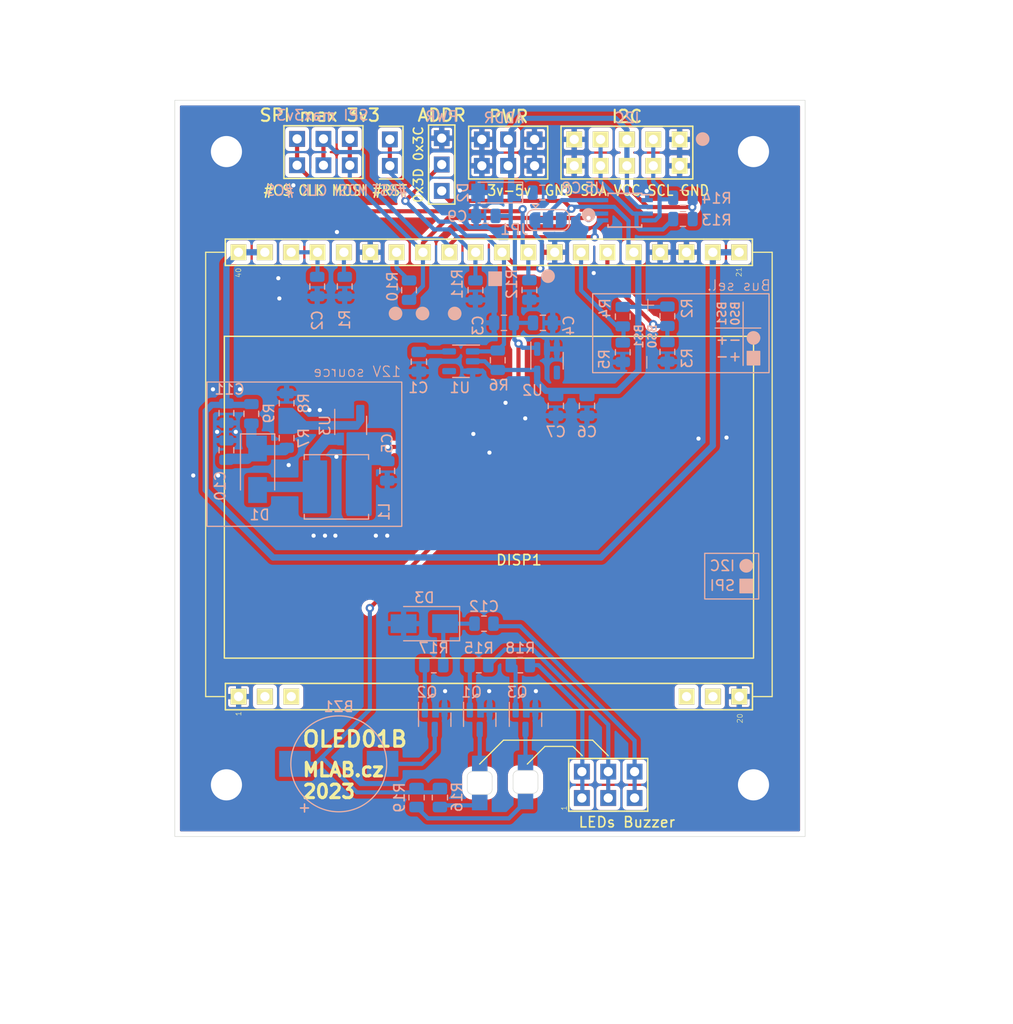
<source format=kicad_pcb>
(kicad_pcb (version 20211014) (generator pcbnew)
  (title_block (title "OLED01A") (company "MLAB"))
  (layers (0 "F.Cu" signal) (31 "B.Cu" signal) (34 "B.Paste" user) (35 "F.Paste" user) (36 "B.SilkS" user "B.Silkscreen") (37 "F.SilkS" user "F.Silkscreen") (38 "B.Mask" user) (39 "F.Mask" user) (44 "Edge.Cuts" user))
  (net 0 "")
  (net 1 "GND")
  (net 2 "Net-(C1-Pad1)")
  (net 3 "/B_FB")
  (net 4 "Net-(C2-Pad1)")
  (net 5 "Net-(C10-Pad1)")
  (net 10 "+12V")
  (net 11 "/BS0")
  (net 12 "/BS1")
  (net 13 "/#CS")
  (net 14 "/#RES")
  (net 15 "/DC")
  (net 16 "/D2")
  (net 17 "Net-(DISP1-Pad36)")
  (net 18 "Net-(D1-Pad2)")
  (net 19 "/CLK")
  (net 20 "/D1")
  (net 22 "+2V5")
  (net 23 "+5V")
  (net 24 "/SDAIN")
  (net 25 "/SCLIN")
  (net 26 "Net-(JP1-Pad2)")
  (net 27 "Net-(BZ1-Pad2)")
  (net 28 "/BUZZER")
  (net 30 "Net-(C12-Pad2)")
  (net 31 "Net-(D4-Pad1)")
  (net 32 "Net-(D4-Pad2)")
  (net 33 "Net-(D5-Pad1)")
  (net 34 "Net-(D5-Pad2)")
  (net 35 "/LED_B")
  (net 36 "/LED_A")
  (net 37 "Net-(Q1-Pad1)")
  (net 38 "Net-(Q2-Pad1)")
  (net 39 "Net-(Q3-Pad1)")
  (footprint "Mlab_Pin_Headers:Straight_2x03" (layer "F.Cu") (at 157.1 121.1 90)
    (property "Value" "HEADER_2x03_PARALLEL")
    (fp_text reference "J1" hide)
    (fp_text value "HEADER_2x03_PARALLEL" hide)
  )
  (footprint "Mlab_Mechanical:MountingHole_3mm" (layer "F.Cu") (at 171.1 121.1)
    (fp_text reference "H2" hide)
    (fp_text value "M3" hide)
  )
  (footprint "Mlab_Mechanical:MountingHole_3mm" (layer "F.Cu") (at 120.3 121.1)
    (fp_text reference "H4" hide)
    (fp_text value "M3" hide)
  )
  (footprint "Mlab_Pin_Headers:Straight_2x05" (layer "F.Cu") (at 158.9 60.2 90)
    (property "Value" "HEADER_2x05_PARALLEL")
    (fp_text reference "J6" hide)
    (fp_text value "HEADER_2x05_PARALLEL" hide)
  )
  (footprint "Mlab_Pin_Headers:Straight_1x03" (layer "F.Cu") (at 141.05 61.35 180)
    (property "Value" "HEADER_1x03")
    (fp_text reference "J5" hide)
    (fp_text value "HEADER_1x03" hide)
  )
  (footprint "Mlab_Pin_Headers:Straight_2x03" (layer "F.Cu") (at 129.65 60.15 -90)
    (property "Value" "HEADER_2x03_PARALLEL")
    (fp_text reference "J4" hide)
    (fp_text value "HEADER_2x03_PARALLEL" hide)
  )
  (footprint "Mlab_Mechanical:MountingHole_3mm" (layer "F.Cu") (at 120.3 60.1)
    (fp_text reference "H3" hide)
    (fp_text value "M3" hide)
  )
  (footprint "Mlab_Mechanical:MountingHole_3mm" (layer "F.Cu") (at 171.1 60.1)
    (fp_text reference "H1" hide)
    (fp_text value "M3" hide)
  )
  (footprint "Mlab_DISPLAY:EA_OLEDM128-6GGA" (layer "F.Cu") (at 145.6 91.2)
    (property "Value" "EA_OLEDM128-6")
    (fp_text reference "DISP1")
    (fp_text value "EA OLEDM128-6GGA, Precision socket")
  )
  (footprint "Mlab_Pin_Headers:Straight_2x03" (layer "F.Cu") (at 147.456666 60.2 -90)
    (fp_text reference "J2" hide)
    (fp_text value "HEADER_2x03_PARALLEL" hide)
  )
  (footprint "Mlab_Pin_Headers:Straight_2x01" (layer "F.Cu") (at 136.05 60.2 90)
    (fp_text reference "J3" hide)
    (fp_text value "HEADER_2x01_PARALLEL" hide)
  )
  (footprint "Inductor_SMD:L_Bourns_SRN6045TA" (layer "B.Cu") (at 130.9 92.4 180)
    (fp_text reference "L1")
    (fp_text value "4.7uH" hide)
  )
  (footprint "Resistor_SMD:R_0805_2012Metric" (layer "B.Cu") (at 137.9 73.45 -90)
    (fp_text reference "R10")
    (fp_text value "0R" hide)
  )
  (footprint "Resistor_SMD:R_0805_2012Metric" (layer "B.Cu") (at 138.625 122.325 -90)
    (fp_text reference "R19")
    (fp_text value " R")
  )
  (footprint "Resistor_SMD:R_0805_2012Metric" (layer "B.Cu") (at 162.8 79.4 -90)
    (fp_text reference "R3")
    (fp_text value "0R" hide)
  )
  (footprint "Package_TO_SOT_SMD:TSOT-23-6" (layer "B.Cu") (at 132.250341 86.476353 -90)
    (fp_text reference "U3")
    (fp_text value "MAX5026" hide)
  )
  (footprint "Package_TO_SOT_SMD:SOT-23" (layer "B.Cu") (at 144.7125 114.825 -90)
    (fp_text reference "Q1")
    (fp_text value "BC817-25")
  )
  (footprint "Capacitor_SMD:C_0805_2012Metric" (layer "B.Cu") (at 150.8 76.6)
    (property "Value" "C_Small")
    (fp_text reference "C4")
    (fp_text value "10uF")
  )
  (footprint "Resistor_SMD:R_0805_2012Metric" (layer "B.Cu") (at 131.7 73.1 -90)
    (fp_text reference "R1")
    (fp_text value "910k" hide)
  )
  (footprint "Resistor_SMD:R_0805_2012Metric" (layer "B.Cu") (at 158.5 76 -90)
    (fp_text reference "R4")
    (fp_text value "0R" hide)
  )
  (footprint "Diode_SMD:D_MiniMELF" (layer "B.Cu") (at 146.3 64.05 180)
    (fp_text reference "D2")
    (fp_text value "BZV55C-5,6V" hide)
  )
  (footprint "Capacitor_SMD:C_0805_2012Metric" (layer "B.Cu") (at 150.75 64.05)
    (fp_text reference "C8")
    (fp_text value "10uF" hide)
  )
  (footprint "Resistor_SMD:R_0805_2012Metric" (layer "B.Cu") (at 164.3 66.6 180)
    (fp_text reference "R13")
    (fp_text value "10k" hide)
  )
  (footprint "Diode_SMD:D_SMA" (layer "B.Cu") (at 123.3 90.7 -90)
    (fp_text reference "D1")
    (fp_text value "1A 20V 15MQ040N" hide)
  )
  (footprint "Package_TO_SOT_SMD:SOT-23-5" (layer "B.Cu") (at 151.2 80.25 -90)
    (fp_text reference "U2")
    (fp_text value "MIC5504-2.5YM5")
  )
  (footprint "Resistor_SMD:R_0805_2012Metric" (layer "B.Cu") (at 140.2875 109.575 180)
    (fp_text reference "R17")
    (fp_text value "220R")
  )
  (footprint "Package_SO:TSSOP-8_3x3mm_P0.65mm" (layer "B.Cu") (at 158.7 65.75 180)
    (property "Value" "PCA9306DP")
    (fp_text reference "U5")
    (fp_text value "PCA9306DP")
  )
  (footprint "Resistor_SMD:R_0805_2012Metric" (layer "B.Cu") (at 144.625 109.575 180)
    (fp_text reference "R15")
    (fp_text value "20k")
  )
  (footprint "Resistor_SMD:R_0805_2012Metric" (layer "B.Cu") (at 126.1 87.7 90)
    (fp_text reference "R7")
    (fp_text value "73k2" hide)
  )
  (footprint "Package_TO_SOT_SMD:SOT-23" (layer "B.Cu") (at 140.375 114.825 -90)
    (fp_text reference "Q2")
    (fp_text value "BC817-25")
  )
  (footprint "Capacitor_SMD:C_0805_2012Metric" (layer "B.Cu") (at 152.05 84.6 -90)
    (property "Value" "C_Small")
    (fp_text reference "C7")
    (fp_text value "10uF")
  )
  (footprint "Capacitor_SMD:C_0805_2012Metric" (layer "B.Cu") (at 120.3 85.3 -90)
    (fp_text reference "C11")
    (fp_text value "1uF" hide)
  )
  (footprint "Capacitor_SMD:C_0805_2012Metric" (layer "B.Cu") (at 155.05 84.6 -90)
    (property "Value" "1uF")
    (fp_text reference "C6")
    (fp_text value "1uF")
  )
  (footprint "Resistor_SMD:R_0805_2012Metric" (layer "B.Cu") (at 146.45 80.2 -90)
    (fp_text reference "R6")
    (fp_text value "10k" hide)
  )
  (footprint "Resistor_SMD:R_0805_2012Metric" (layer "B.Cu") (at 162.8 75.9625 -90)
    (fp_text reference "R2")
    (fp_text value "0R" hide)
  )
  (footprint "Jumper:SolderJumper-3_P1.3mm_Bridged12_RoundedPad1.0x1.5mm" (layer "B.Cu") (at 151.3 66.6925)
    (property "Value" "SolderJumper_3_Bridged12")
    (fp_text reference "JP1")
    (fp_text value "SolderJumper_3_Bridged12" hide)
  )
  (footprint "Mlab_D:LED_1206_2" (layer "B.Cu") (at 144.7125 120.92 90)
    (fp_text reference "D4" hide)
    (fp_text value "KPTR-3216SURCK" hide)
    (fp_line (start -1.1 -0.7) (end -1.1 0.7) (layer "Edge.Cuts") (width 0.05))
    (fp_line (start -0.6 1.2) (end 0.6 1.2) (layer "Edge.Cuts") (width 0.05))
    (fp_line (start 1.1 -0.7) (end 1.1 0.7) (layer "Edge.Cuts") (width 0.05))
    (fp_line (start -0.6 -1.2) (end 0.6 -1.2) (layer "Edge.Cuts") (width 0.05))
    (fp_arc (start -1.1 -0.7) (mid -0.953553 -1.053553) (end -0.6 -1.2) (layer "Edge.Cuts") (width 0.05))
    (fp_arc (start 1.1 0.7) (mid 0.953553 1.053553) (end 0.6 1.2) (layer "Edge.Cuts") (width 0.05))
    (fp_arc (start -0.6 1.2) (mid -0.953553 1.053553) (end -1.1 0.7) (layer "Edge.Cuts") (width 0.05))
    (fp_arc (start 0.6 -1.2) (mid 0.953553 -1.053553) (end 1.1 -0.7) (layer "Edge.Cuts") (width 0.05))
  )
  (footprint "Capacitor_SMD:C_0805_2012Metric" (layer "B.Cu") (at 129.05 73.1 -90)
    (fp_text reference "C2")
    (fp_text value "2.2uF" hide)
  )
  (footprint "Resistor_SMD:R_0805_2012Metric" (layer "B.Cu") (at 149.5 73.4375 -90)
    (fp_text reference "R12")
    (fp_text value "0R" hide)
  )
  (footprint "Resistor_SMD:R_0805_2012Metric" (layer "B.Cu") (at 145.125 105.575 180)
    (fp_text reference "C12")
    (fp_text value "10uF")
  )
  (footprint "Package_TO_SOT_SMD:SOT-23" (layer "B.Cu") (at 149.125 114.825 -90)
    (fp_text reference "Q3")
    (fp_text value "BC817-25")
  )
  (footprint "Resistor_SMD:R_0805_2012Metric" (layer "B.Cu") (at 158.5 79.4375 -90)
    (fp_text reference "R5")
    (fp_text value "0R" hide)
  )
  (footprint "Resistor_SMD:R_0805_2012Metric" (layer "B.Cu") (at 126.1 84.3375 90)
    (fp_text reference "R8")
    (fp_text value "8k2" hide)
  )
  (footprint "Capacitor_SMD:C_0805_2012Metric" (layer "B.Cu") (at 138.85 80.35 -90)
    (property "Value" "C_Small")
    (fp_text reference "C1")
    (fp_text value "22nF")
  )
  (footprint "Resistor_SMD:R_0805_2012Metric" (layer "B.Cu") (at 144.3 73.45 -90)
    (fp_text reference "R11")
    (fp_text value "0R" hide)
  )
  (footprint "Diode_SMD:D_SMA" (layer "B.Cu") (at 139.375 105.575 180)
    (fp_text reference "D3")
    (fp_text value "M4")
  )
  (footprint "Resistor_SMD:R_0805_2012Metric" (layer "B.Cu") (at 140.875 122.325 -90)
    (fp_text reference "R16")
    (fp_text value "R")
  )
  (footprint "Resistor_SMD:R_0805_2012Metric" (layer "B.Cu") (at 164.3 64.55 180)
    (fp_text reference "R14")
    (fp_text value "10k" hide)
  )
  (footprint "Capacitor_SMD:C_0805_2012Metric" (layer "B.Cu") (at 145.3 66.3 180)
    (fp_text reference "C9")
    (fp_text value "100nF" hide)
  )
  (footprint "Package_TO_SOT_SMD:SOT-23-5" (layer "B.Cu") (at 142.9 80.3 180)
    (property "Value" "TLV840")
    (fp_text reference "U1")
    (fp_text value "TLV840CADL14DBVR")
  )
  (footprint "Resistor_SMD:R_0805_2012Metric" (layer "B.Cu") (at 148.625 109.575 180)
    (fp_text reference "R18")
    (fp_text value "20k")
  )
  (footprint "Resistor_SMD:R_0805_2012Metric" (layer "B.Cu") (at 122.7 85.3625 90)
    (fp_text reference "R9")
    (fp_text value "100R" hide)
  )
  (footprint "Mlab_D:LED_1206_2" (layer "B.Cu") (at 149.125 120.825 90)
    (fp_text reference "D5" hide)
    (fp_text value "KPTR-3216CGCK" hide)
    (fp_line (start -0.6 -1.2) (end 0.6 -1.2) (layer "Edge.Cuts") (width 0.05))
    (fp_line (start -1.1 -0.7) (end -1.1 0.7) (layer "Edge.Cuts") (width 0.05))
    (fp_line (start 1.1 -0.7) (end 1.1 0.7) (layer "Edge.Cuts") (width 0.05))
    (fp_line (start -0.6 1.2) (end 0.6 1.2) (layer "Edge.Cuts") (width 0.05))
    (fp_arc (start -1.1 -0.7) (mid -0.953553 -1.053553) (end -0.6 -1.2) (layer "Edge.Cuts") (width 0.05))
    (fp_arc (start 1.1 0.7) (mid 0.953553 1.053553) (end 0.6 1.2) (layer "Edge.Cuts") (width 0.05))
    (fp_arc (start 0.6 -1.2) (mid 0.953553 -1.053553) (end 1.1 -0.7) (layer "Edge.Cuts") (width 0.05))
    (fp_arc (start -0.6 1.2) (mid -0.953553 1.053553) (end -1.1 0.7) (layer "Edge.Cuts") (width 0.05))
  )
  (footprint "Capacitor_SMD:C_0805_2012Metric" (layer "B.Cu") (at 147.05 76.6 180)
    (property "Value" "1uF")
    (fp_text reference "C3")
    (fp_text value "1uF")
  )
  (footprint "Capacitor_SMD:C_0805_2012Metric" (layer "B.Cu") (at 120.3 88.8625 90)
    (fp_text reference "C10")
    (fp_text value "1uF" hide)
  )
  (footprint "MLAB_BUZZER:MagneticBuzzer_LET9032ES-03L-2.7-16-R" (layer "B.Cu") (at 131.125 119.077862)
    (fp_text reference "BZ1")
    (fp_text value "LET9032ES-03L-2.7-16-R")
  )
  (footprint "Capacitor_SMD:C_0805_2012Metric" (layer "B.Cu") (at 135.8 90.8625 -90)
    (fp_text reference "C5")
    (fp_text value "10uF" hide)
  )
  (gr_rect (start 171 101.3) (end 169.8 102.6) (layer "B.SilkS") (width 0.12) (fill solid))
  (gr_circle (center 136.6 75.7) (end 137.2 75.7) (layer "B.SilkS") (width 0.12) (fill solid))
  (gr_rect (start 146.8 71.7) (end 145.6 73) (layer "B.SilkS") (width 0.12) (fill solid))
  (gr_rect (start 172.6 73.8) (end 155.6 81.4) (layer "B.SilkS") (width 0.12) (fill none))
  (gr_line (start 170.1 74.6) (end 170.1 80.7) (layer "B.SilkS") (width 0.12))
  (gr_rect (start 118.425 96.2) (end 137.2 82.3) (layer "B.SilkS") (width 0.12) (fill none))
  (gr_circle (center 166.2 58.9) (end 166.8 58.9) (layer "B.SilkS") (width 0.12) (fill solid))
  (gr_rect (start 171.7 79.35) (end 170.5 80.65) (layer "B.SilkS") (width 0.12) (fill solid))
  (gr_rect (start 171.6 98.8) (end 166.4 103.2) (layer "B.SilkS") (width 0.12) (fill none))
  (gr_circle (center 155.2 66.2) (end 155.8 66.2) (layer "B.SilkS") (width 0.12) (fill solid))
  (gr_circle (center 142.3 75.7) (end 142.9 75.7) (layer "B.SilkS") (width 0.12) (fill solid))
  (gr_circle (center 139.2 75.7) (end 139.8 75.7) (layer "B.SilkS") (width 0.12) (fill solid))
  (gr_circle (center 171.1 78.05) (end 171.7 78.05) (layer "B.SilkS") (width 0.12) (fill solid))
  (gr_circle (center 170.4 100) (end 171 100) (layer "B.SilkS") (width 0.12) (fill solid))
  (gr_circle (center 151.3 72.1) (end 151.9 72.1) (layer "B.SilkS") (width 0.12) (fill solid))
  (gr_line (start 171.8 77.1) (end 167.4 77.1) (layer "B.SilkS") (width 0.12))
  (gr_line (start 147 116.8) (end 155.6 116.8) (layer "F.SilkS") (width 0.12))
  (gr_line (start 153.7 117.4) (end 151 117.4) (layer "F.SilkS") (width 0.12))
  (gr_line (start 144.7 119.1) (end 147 116.8) (layer "F.SilkS") (width 0.12))
  (gr_line (start 155.6 116.8) (end 157.1 118.3) (layer "F.SilkS") (width 0.12))
  (gr_line (start 154.6 118.3) (end 153.7 117.4) (layer "F.SilkS") (width 0.12))
  (gr_line (start 151 117.4) (end 149.3 119.1) (layer "F.SilkS") (width 0.12))
  (gr_rect (start 115.32 126.08) (end 176.08 55.16) (layer "Edge.Cuts") (width 0.05) (fill none))
  (gr_text "Bus sel." (at 169.7 73) (layer "B.SilkS") (effects (font (size 1 1) (thickness 0.1)) (justify mirror)))
  (gr_text "SPI max3v3" (at 129.55 56.6) (layer "B.SilkS") (effects (font (size 1 1)) (justify mirror)))
  (gr_text "12V source" (at 132.9 81.3) (layer "B.SilkS") (effects (font (size 1 1) (thickness 0.1)) (justify mirror)))
  (gr_text "#RST" (at 136.05 63.85) (layer "B.SilkS") (effects (font (size 1 0.9)) (justify mirror)))
  (gr_text "BS1\nBS0" (at 168.7 75.7 90) (layer "B.SilkS") (effects (font (size 0.8 0.8)) (justify mirror)))
  (gr_text "I2C\n" (at 168.1 100) (layer "B.SilkS") (effects (font (size 1 1)) (justify mirror)))
  (gr_text "-\n" (at 160.7 80.4 90) (layer "B.SilkS") (effects (font (size 1.5 1.5) (thickness 0.1)) (justify mirror)))
  (gr_text "+" (at 160.8 74.9 90) (layer "B.SilkS") (effects (font (size 1.5 1.5) (thickness 0.1)) (justify mirror)))
  (gr_text "I2C" (at 158.9 56.85) (layer "B.SilkS") (effects (font (size 1 1)) (justify mirror)))
  (gr_text "PWR" (at 141.05 56.719291) (layer "B.SilkS") (effects (font (size 1 1)) (justify mirror)))
  (gr_text "ADDR" (at 147.035714 56.85) (layer "B.SilkS") (effects (font (size 1 1)) (justify mirror)))
  (gr_text "MOSI CLK #CS" (at 129.05 63.85) (layer "B.SilkS") (effects (font (size 1 0.9)) (justify mirror)))
  (gr_text "SPI" (at 168.1 101.9) (layer "B.SilkS") (effects (font (size 1 1)) (justify mirror)))
  (gr_text "BS1\nBS0" (at 160.7 77.9 90) (layer "B.SilkS") (effects (font (size 0.8 0.8)) (justify mirror)))
  (gr_text "-+\n+-" (at 168.7 79) (layer "B.SilkS") (effects (font (size 1 1)) (justify mirror)))
  (gr_text "#CS CLK MOSI" (at 128.8 63.85) (layer "F.SilkS") (effects (font (size 1 0.9))))
  (gr_text "3v-5v" (at 147.55 63.85) (layer "F.SilkS") (effects (font (size 1 0.9))))
  (gr_text "SPI max 3v3" (at 129.3 56.6) (layer "F.SilkS") (effects (font (size 1.2 1.2) (thickness 0.2))))
  (gr_text "0x3D 0x3C" (at 138.8 61.35 90) (layer "F.SilkS") (effects (font (size 0.9 0.9))))
  (gr_text "MLAB.cz\n2023" (at 127.5 120.7) (layer "F.SilkS") (effects (font (size 1.3 1.3) (thickness 0.3)) (justify left)))
  (gr_text "GND SDA VCC SCL GND" (at 158.9 63.85) (layer "F.SilkS") (effects (font (size 1 0.9))))
  (gr_text "OLED01B" (at 127.475 116.7) (layer "F.SilkS") (effects (font (size 1.5 1.5) (thickness 0.3)) (justify left)))
  (gr_text "LEDs Buzzer" (at 158.9 124.7) (layer "F.SilkS") (effects (font (size 1 1))))
  (gr_text "I2C" (at 158.9 56.724354) (layer "F.SilkS") (effects (font (size 1.2 1.2) (thickness 0.2))))
  (gr_text "ADDR" (at 141.05 56.6) (layer "F.SilkS") (effects (font (size 1.2 1.2) (thickness 0.2))))
  (gr_text "#RST" (at 136.05 63.85) (layer "F.SilkS") (effects (font (size 1 0.9))))
  (gr_text "PWR" (at 147.5 56.724354) (layer "F.SilkS") (effects (font (size 1.2 1.2) (thickness 0.2))))
  (via (at 160.8 63.9) (size 0.8) (drill 0.4) (layers "F.Cu" "B.Cu") (net 1))
  (via (at 130.95 67.85) (size 0.8) (drill 0.4) (layers "F.Cu" "B.Cu") (net 1))
  (via (at 117.1 91.3) (size 0.8) (drill 0.4) (layers "F.Cu" "B.Cu") (net 1))
  (via (at 135.8 97.1) (size 0.8) (drill 0.4) (layers "F.Cu" "B.Cu") (net 1))
  (via (at 129.8 97.1) (size 0.8) (drill 0.4) (layers "F.Cu" "B.Cu") (net 1))
  (via (at 130.8 97.1) (size 0.8) (drill 0.4) (layers "F.Cu" "B.Cu") (net 1))
  (via (at 126.75 63.35) (size 0.8) (drill 0.4) (layers "F.Cu" "B.Cu") (net 1))
  (via (at 145.65 89.1) (size 0.8) (drill 0.4) (layers "F.Cu" "B.Cu") (net 1))
  (via (at 126.3 90.3) (size 0.8) (drill 0.4) (layers "F.Cu" "B.Cu") (net 1))
  (via (at 141.375 112.075) (size 0.8) (drill 0.4) (layers "F.Cu" "B.Cu") (net 1))
  (via (at 125.3 72.3) (size 0.8) (drill 0.4) (layers "F.Cu" "B.Cu") (net 1))
  (via (at 119.5 91.3) (size 0.8) (drill 0.4) (layers "F.Cu" "B.Cu") (net 1))
  (via (at 128.7 97.1) (size 0.8) (drill 0.4) (layers "F.Cu" "B.Cu") (net 1))
  (via (at 150.125 112.075) (size 0.8) (drill 0.4) (layers "F.Cu" "B.Cu") (net 1))
  (via (at 121.2 87.1) (size 0.8) (drill 0.4) (layers "F.Cu" "B.Cu") (net 1))
  (via (at 165.8 87.75) (size 0.8) (drill 0.4) (layers "F.Cu" "B.Cu") (net 1))
  (via (at 142.8 63.85) (size 0.8) (drill 0.4) (layers "F.Cu" "B.Cu") (net 1))
  (via (at 134.7 97.1) (size 0.8) (drill 0.4) (layers "F.Cu" "B.Cu") (net 1))
  (via (at 149.1 85.8) (size 0.8) (drill 0.4) (layers "F.Cu" "B.Cu") (net 1))
  (via (at 168.5 87.65) (size 0.8) (drill 0.4) (layers "F.Cu" "B.Cu") (net 1))
  (via (at 128.3 85) (size 0.8) (drill 0.4) (layers "F.Cu" "B.Cu") (net 1))
  (via (at 155.7 71.8) (size 0.8) (drill 0.4) (layers "F.Cu" "B.Cu") (net 1))
  (via (at 147.2 84.3) (size 0.8) (drill 0.4) (layers "F.Cu" "B.Cu") (net 1))
  (via (at 119 83) (size 0.8) (drill 0.4) (layers "F.Cu" "B.Cu") (net 1))
  (via (at 129.3 85) (size 0.8) (drill 0.4) (layers "F.Cu" "B.Cu") (net 1))
  (via (at 125.4 74.25) (size 0.8) (drill 0.4) (layers "F.Cu" "B.Cu") (net 1))
  (via (at 119.4 87.1) (size 0.8) (drill 0.4) (layers "F.Cu" "B.Cu") (net 1))
  (via (at 152.9 63.9) (size 0.8) (drill 0.4) (layers "F.Cu" "B.Cu") (net 1))
  (via (at 121.6 83) (size 0.8) (drill 0.4) (layers "F.Cu" "B.Cu") (net 1))
  (via (at 144.1 87.3) (size 0.8) (drill 0.4) (layers "F.Cu" "B.Cu") (net 1))
  (via (at 130.9 89.5) (size 0.8) (drill 0.4) (layers "F.Cu" "B.Cu") (net 1))
  (via (at 145.625 112.075) (size 0.8) (drill 0.4) (layers "F.Cu" "B.Cu") (net 1))
  (segment (start 138.85 79.4) (end 141.7125 79.4) (width 0.4) (layer "B.Cu") (net 2))
  (segment (start 129.08 69.8) (end 126.54 69.8) (width 0.4) (layer "B.Cu") (net 4))
  (segment (start 129.08 69.8) (end 129.08 72.1325) (width 0.4) (layer "B.Cu") (net 4))
  (segment (start 129.08 72.1325) (end 129.05 72.1625) (width 0.4) (layer "B.Cu") (net 4))
  (segment (start 122.7 86.3) (end 122.7 88.3) (width 1) (layer "B.Cu") (net 5))
  (segment (start 124.3 88.8625) (end 125.875 88.8625) (width 1) (layer "B.Cu") (net 5))
  (segment (start 120.4 89.7) (end 122.3 89.7) (width 1) (layer "B.Cu") (net 5))
  (segment (start 125.875 88.8625) (end 126.1 88.6375) (width 1) (layer "B.Cu") (net 5))
  (segment (start 118.3 92.7) (end 118.3 85.1) (width 0.6) (layer "B.Cu") (net 10))
  (segment (start 167.18 69.8) (end 167.18 88.42) (width 0.6) (layer "B.Cu") (net 10))
  (segment (start 118.9 84.5) (end 122.625 84.5) (width 0.6) (layer "B.Cu") (net 10))
  (segment (start 124.8 99.2) (end 118.3 92.7) (width 0.6) (layer "B.Cu") (net 10))
  (segment (start 122.625 84.5) (end 122.7 84.425) (width 0.6) (layer "B.Cu") (net 10))
  (segment (start 167.18 69.8) (end 169.72 69.8) (width 0.6) (layer "B.Cu") (net 10))
  (segment (start 120.3 70.96) (end 120.3 84.3625) (width 0.6) (layer "B.Cu") (net 10))
  (segment (start 121.46 69.8) (end 120.3 70.96) (width 0.6) (layer "B.Cu") (net 10))
  (segment (start 156.4 99.2) (end 124.8 99.2) (width 0.6) (layer "B.Cu") (net 10))
  (segment (start 167.18 88.42) (end 156.4 99.2) (width 0.6) (layer "B.Cu") (net 10))
  (segment (start 124 69.8) (end 121.46 69.8) (width 0.6) (layer "B.Cu") (net 10))
  (segment (start 118.3 85.1) (end 118.9 84.5) (width 0.6) (layer "B.Cu") (net 10))
  (segment (start 161.425 76.725) (end 157.02 72.32) (width 0.4) (layer "F.Cu") (net 11))
  (segment (start 157.02 72.32) (end 157.02 69.8) (width 0.4) (layer "F.Cu") (net 11))
  (via (at 161.425 76.725) (size 0.8) (drill 0.4) (layers "F.Cu" "B.Cu") (net 11))
  (segment (start 161.6 76.9) (end 162.8 76.9) (width 0.4) (layer "B.Cu") (net 11))
  (segment (start 161.425 76.725) (end 161.6 76.9) (width 0.4) (layer "B.Cu") (net 11))
  (segment (start 162.8 78.4625) (end 162.8 76.9) (width 0.4) (layer "B.Cu") (net 11))
  (segment (start 154.48 73.48) (end 154.48 69.8) (width 0.4) (layer "B.Cu") (net 12))
  (segment (start 158.575 77.0125) (end 158.5 76.9375) (width 0.4) (layer "B.Cu") (net 12))
  (segment (start 158.5 76.9375) (end 157.9375 76.9375) (width 0.4) (layer "B.Cu") (net 12))
  (segment (start 157.9375 76.9375) (end 154.48 73.48) (width 0.4) (layer "B.Cu") (net 12))
  (segment (start 158.575 78.4) (end 158.575 77.0125) (width 0.4) (layer "B.Cu") (net 12))
  (segment (start 148.85 65.65) (end 148.65 65.85) (width 0.4) (layer "F.Cu") (net 13))
  (segment (start 127.11 58.88) (end 127.11 61.42) (width 0.4) (layer "F.Cu") (net 13))
  (segment (start 148.65 65.85) (end 131.54 65.85) (width 0.4) (layer "F.Cu") (net 13))
  (segment (start 131.54 65.85) (end 127.11 61.42) (width 0.4) (layer "F.Cu") (net 13))
  (via (at 148.85 65.65) (size 0.8) (drill 0.4) (layers "F.Cu" "B.Cu") (net 13))
  (segment (start 149.4 72.4) (end 149.5 72.5) (width 0.4) (layer "B.Cu") (net 13))
  (segment (start 149.4 69.8) (end 149.4 72.4) (width 0.4) (layer "B.Cu") (net 13))
  (segment (start 148.85 65.65) (end 148.85 69.25) (width 0.4) (layer "B.Cu") (net 13))
  (segment (start 148.85 69.25) (end 149.4 69.8) (width 0.4) (layer "B.Cu") (net 13))
  (segment (start 150.55 71.35) (end 148.41 71.35) (width 0.4) (layer "F.Cu") (net 14))
  (segment (start 148.41 71.35) (end 146.86 69.8) (width 0.4) (layer "F.Cu") (net 14))
  (segment (start 136.05 58.93) (end 136.05 61.47) (width 0.4) (layer "F.Cu") (net 14))
  (via (at 150.55 71.35) (size 0.8) (drill 0.4) (layers "F.Cu" "B.Cu") (net 14))
  (segment (start 146.86 69.8) (end 147.05 69.99) (width 0.4) (layer "B.Cu") (net 14))
  (segment (start 150.05 66.7425) (end 150 66.6925) (width 0.4) (layer "B.Cu") (net 14))
  (segment (start 150.7 68.75) (end 150.05 68.1) (width 0.4) (layer "B.Cu") (net 14))
  (segment (start 147.05 69.99) (end 147.05 78.6625) (width 0.4) (layer "B.Cu") (net 14))
  (segment (start 150.05 68.1) (end 150.05 66.7425) (width 0.4) (layer "B.Cu") (net 14))
  (segment (start 150.55 71.35) (end 150.7 71.2) (width 0.4) (layer "B.Cu") (net 14))
  (segment (start 150.7 71.2) (end 150.7 68.75) (width 0.4) (layer "B.Cu") (net 14))
  (segment (start 140.8 66.85) (end 136.013333 62.063333) (width 0.4) (layer "B.Cu") (net 14))
  (segment (start 145.26 68.2) (end 143.4 68.2) (width 0.4) (layer "B.Cu") (net 14))
  (segment (start 144.0375 79.35) (end 146.3625 79.35) (width 0.4) (layer "B.Cu") (net 14))
  (segment (start 146.3625 79.35) (end 146.45 79.2625) (width 0.4) (layer "B.Cu") (net 14))
  (segment (start 142.05 66.85) (end 140.8 66.85) (width 0.4) (layer "B.Cu") (net 14))
  (segment (start 143.4 68.2) (end 142.05 66.85) (width 0.4) (layer "B.Cu") (net 14))
  (segment (start 136.013333 62.063333) (end 136.013333 61.47) (width 0.4) (layer "B.Cu") (net 14))
  (segment (start 147.05 78.6625) (end 146.45 79.2625) (width 0.4) (layer "B.Cu") (net 14))
  (segment (start 146.86 69.8) (end 145.26 68.2) (width 0.4) (layer "B.Cu") (net 14))
  (segment (start 137.55 64.85) (end 141.05 61.35) (width 0.4) (layer "F.Cu") (net 15))
  (via (at 137.55 64.85) (size 0.8) (drill 0.4) (layers "F.Cu" "B.Cu") (net 15))
  (segment (start 140.3 67.6) (end 141.8 67.6) (width 0.4) (layer "B.Cu") (net 15))
  (segment (start 137.55 64.85) (end 140.3 67.6) (width 0.4) (layer "B.Cu") (net 15))
  (segment (start 144.32 69.8) (end 144.3 69.82) (width 0.4) (layer "B.Cu") (net 15))
  (segment (start 141.8 67.6) (end 144 69.8) (width 0.4) (layer "B.Cu") (net 15))
  (segment (start 144.3 69.82) (end 144.3 72.5125) (width 0.4) (layer "B.Cu") (net 15))
  (segment (start 144 69.8) (end 144.32 69.8) (width 0.4) (layer "B.Cu") (net 15))
  (segment (start 136.7 69.8) (end 136.7 71.3125) (width 0.4) (layer "B.Cu") (net 16))
  (segment (start 136.7 71.3125) (end 137.9 72.5125) (width 0.4) (layer "B.Cu") (net 16))
  (segment (start 131.62 69.8) (end 131.62 72.0825) (width 0.4) (layer "B.Cu") (net 17))
  (segment (start 131.62 72.0825) (end 131.7 72.1625) (width 0.4) (layer "B.Cu") (net 17))
  (segment (start 129.9 87.8) (end 130.9 87.8) (width 1.1) (layer "B.Cu") (net 18))
  (segment (start 128.8 89.1) (end 129.9 87.8) (width 1.1) (layer "B.Cu") (net 18))
  (segment (start 128.825 92.4) (end 128.8 89.1) (width 1.1) (layer "B.Cu") (net 18))
  (segment (start 123.3 92.7) (end 123.6 92.4) (width 1) (layer "B.Cu") (net 18))
  (segment (start 123.6 92.4) (end 128.825 92.4) (width 1) (layer "B.Cu") (net 18))
  (segment (start 129.65 58.88) (end 129.65 61.42) (width 0.4) (layer "F.Cu") (net 19))
  (segment (start 141.78 69.8) (end 141.78 69.12) (width 0.4) (layer "F.Cu") (net 19))
  (segment (start 142.55 68.35) (end 155.8 68.35) (width 0.4) (layer "F.Cu") (net 19))
  (segment (start 141.78 69.12) (end 142.55 68.35) (width 0.4) (layer "F.Cu") (net 19))
  (via (at 155.8 68.35) (size 0.8) (drill 0.4) (layers "F.Cu" "B.Cu") (net 19))
  (segment (start 133.5 62.8) (end 139.2 68.5) (width 0.4) (layer "B.Cu") (net 19))
  (segment (start 130.85 60.15) (end 133.15 60.15) (width 0.4) (layer "B.Cu") (net 19))
  (segment (start 133.5 60.5) (end 133.5 62.8) (width 0.4) (layer "B.Cu") (net 19))
  (segment (start 155.8 68.35) (end 155.8 67.475) (width 0.4) (layer "B.Cu") (net 19))
  (segment (start 129.65 58.95) (end 130.85 60.15) (width 0.4) (layer "B.Cu") (net 19))
  (segment (start 133.15 60.15) (end 133.5 60.5) (width 0.4) (layer "B.Cu") (net 19))
  (segment (start 141.78 69.23) (end 141.78 69.8) (width 0.4) (layer "B.Cu") (net 19))
  (segment (start 139.2 68.5) (end 141.05 68.5) (width 0.4) (layer "B.Cu") (net 19))
  (segment (start 141.05 68.5) (end 141.78 69.23) (width 0.4) (layer "B.Cu") (net 19))
  (segment (start 155.8 67.475) (end 156.55 66.725) (width 0.4) (layer "B.Cu") (net 19))
  (segment (start 129.65 58.88) (end 129.65 58.95) (width 0.4) (layer "B.Cu") (net 19))
  (segment (start 155.2 66.5) (end 141.65 66.5) (width 0.4) (layer "F.Cu") (net 20))
  (segment (start 132.19 58.88) (end 132.19 61.42) (width 0.4) (layer "F.Cu") (net 20))
  (segment (start 139.24 68.91) (end 139.24 69.8) (width 0.4) (layer "F.Cu") (net 20))
  (segment (start 141.65 66.5) (end 139.24 68.91) (width 0.4) (layer "F.Cu") (net 20))
  (via (at 155.2 66.5) (size 0.8) (drill 0.4) (layers "F.Cu" "B.Cu") (net 20))
  (segment (start 139.24 69.8) (end 139.24 73.0475) (width 0.4) (layer "B.Cu") (net 20))
  (segment (start 139.24 73.0475) (end 137.9 74.3875) (width 0.4) (layer "B.Cu") (net 20))
  (segment (start 155.2 66.5) (end 155.625 66.075) (width 0.4) (layer "B.Cu") (net 20))
  (segment (start 132.19 62.74) (end 139.24 69.79) (width 0.4) (layer "B.Cu") (net 20))
  (segment (start 132.19 61.42) (end 132.19 62.74) (width 0.4) (layer "B.Cu") (net 20))
  (segment (start 139.24 69.79) (end 139.24 69.8) (width 0.4) (layer "B.Cu") (net 20))
  (segment (start 155.625 66.075) (end 156.55 66.075) (width 0.4) (layer "B.Cu") (net 20))
  (segment (start 141.05 63.89) (end 141.05 64.1) (width 0.4) (layer "F.Cu") (net 22))
  (segment (start 141.8 64.85) (end 152.8 64.85) (width 0.4) (layer "F.Cu") (net 22))
  (segment (start 141.05 64.1) (end 141.8 64.85) (width 0.4) (layer "F.Cu") (net 22))
  (segment (start 152.8 64.85) (end 153.55 65.6) (width 0.4) (layer "F.Cu") (net 22))
  (via (at 153.55 65.6) (size 0.8) (drill 0.4) (layers "F.Cu" "B.Cu") (net 22))
  (segment (start 158.5 75.0625) (end 162.7625 75.0625) (width 0.4) (layer "B.Cu") (net 22))
  (segment (start 153.725 65.425) (end 156.55 65.425) (width 0.4) (layer "B.Cu") (net 22))
  (segment (start 162.7625 75.0625) (end 162.8 75.025) (width 0.4) (layer "B.Cu") (net 22))
  (segment (start 150.25 82.3) (end 150.25 81.3875) (width 0.6) (layer "B.Cu") (net 22))
  (segment (start 156.55 65.425) (end 157.675 65.425) (width 0.4) (layer "B.Cu") (net 22))
  (segment (start 145.2 80.3) (end 144.0375 80.3) (width 0.4) (layer "B.Cu") (net 22))
  (segment (start 160 81.2) (end 158.05 83.15) (width 0.6) (layer "B.Cu") (net 22))
  (segment (start 153.55 65.6) (end 153.5 65.6) (width 0.4) (layer "B.Cu") (net 22))
  (segment (start 157.675 65.425) (end 159.05 66.8) (width 0.4) (layer "B.Cu") (net 22))
  (segment (start 160 70.24) (end 160 81.2) (width 0.6) (layer "B.Cu") (net 22))
  (segment (start 146.0375 81.1375) (end 145.2 80.3) (width 0.4) (layer "B.Cu") (net 22))
  (segment (start 153.55 65.6) (end 153.725 65.425) (width 0.4) (layer "B.Cu") (net 22))
  (segment (start 159.56 69.8) (end 160 70.24) (width 0.6) (layer "B.Cu") (net 22))
  (segment (start 151.1 83.15) (end 150.25 82.3) (width 0.6) (layer "B.Cu") (net 22))
  (segment (start 159.05 66.8) (end 159.05 69.29) (width 0.4) (layer "B.Cu") (net 22))
  (segment (start 153.5 65.6) (end 152.6 66.5) (width 0.4) (layer "B.Cu") (net 22))
  (segment (start 158.05 83.15) (end 151.1 83.15) (width 0.6) (layer "B.Cu") (net 22))
  (segment (start 159.05 69.29) (end 159.56 69.8) (width 0.4) (layer "B.Cu") (net 22))
  (segment (start 150 81.1375) (end 146.0375 81.1375) (width 0.4) (layer "B.Cu") (net 22))
  (segment (start 146.15 86.95) (end 144.55 88.55) (width 0.4) (layer "F.Cu") (net 23))
  (segment (start 144.55 88.55) (end 140.35 88.55) (width 0.4) (layer "F.Cu") (net 23))
  (segment (start 134.125 104.075) (end 140.35 97.85) (width 0.4) (layer "F.Cu") (net 23))
  (segment (start 148.45 78.6) (end 148.45 84.65) (width 0.4) (layer "F.Cu") (net 23))
  (segment (start 158.9 58.93) (end 158.9 63.45) (width 0.4) (layer "F.Cu") (net 23))
  (segment (start 160.9 65.45) (end 165.2 65.45) (width 0.4) (layer "F.Cu") (net 23))
  (segment (start 158.9 63.45) (end 160.9 65.45) (width 0.4) (layer "F.Cu") (net 23))
  (segment (start 140.35 88.55) (end 140.35 97.8) (width 0.4) (layer "F.Cu") (net 23))
  (segment (start 140.35 88.55) (end 135.85 88.55) (width 0.4) (layer "F.Cu") (net 23))
  (segment (start 148.45 84.65) (end 146.15 86.95) (width 0.4) (layer "F.Cu") (net 23))
  (via (at 165.2 65.45) (size 0.8) (drill 0.4) (layers "F.Cu" "B.Cu") (net 23))
  (via (at 148.45 78.6) (size 0.8) (drill 0.4) (layers "F.Cu" "B.Cu") (net 23))
  (via (at 134.125 104.075) (size 0.8) (drill 0.4) (layers "F.Cu" "B.Cu") (net 23))
  (via (at 135.85 88.55) (size 0.8) (drill 0.4) (layers "F.Cu" "B.Cu") (net 23))
  (segment (start 165.2 65.45) (end 165.2 66.5625) (width 0.4) (layer "B.Cu") (net 23))
  (segment (start 148 76.6) (end 149.85 76.6) (width 0.4) (layer "B.Cu") (net 23))
  (segment (start 134.125 104.075) (end 134.125 113.825) (width 0.4) (layer "B.Cu") (net 23))
  (segment (start 148.85 79) (end 150.1375 79) (width 0.4) (layer "B.Cu") (net 23))
  (segment (start 148.9 56.9) (end 157.8 56.9) (width 0.5) (layer "B.Cu") (net 23))
  (segment (start 147.7 67.2) (end 148.1 67.6) (width 0.4) (layer "B.Cu") (net 23))
  (segment (start 157.8 56.9) (end 158.9 58) (width 0.5) (layer "B.Cu") (net 23))
  (segment (start 147.74 63.56) (end 147.74 58.93) (width 0.6) (layer "B.Cu") (net 23))
  (segment (start 129.5 118.45) (end 132.875 121.825) (width 0.4) (layer "B.Cu") (net 23))
  (segment (start 148.05 64.05) (end 147.7 64.4) (width 0.4) (layer "B.Cu") (net 23))
  (segment (start 148.45 78.6) (end 148.85 79) (width 0.4) (layer "B.Cu") (net 23))
  (segment (start 147.74 58.93) (end 147.74 58.06) (width 0.5) (layer "B.Cu") (net 23))
  (segment (start 158.9 64.35) (end 158.9 61.47) (width 0.4) (layer "B.Cu") (net 23))
  (segment (start 134.125 113.825) (end 128.872138 119.077862) (width 0.4) (layer "B.Cu") (net 23))
  (segment (start 146.2375 66.3) (end 147.6 66.3) (width 0.4) (layer "B.Cu") (net 23))
  (segment (start 158.9 58) (end 158.9 58.93) (width 0.5) (layer "B.Cu") (net 23))
  (segment (start 132.875 121.825) (end 141.375 121.825) (width 0.4) (layer "B.Cu") (net 23))
  (segment (start 159.975 65.425) (end 158.9 64.35) (width 0.4) (layer "B.Cu") (net 23))
  (segment (start 128.872138 119.077862) (end 126.9 119.077862) (width 0.4) (layer "B.Cu") (net 23))
  (segment (start 148.1 76.95) (end 148.05 77) (width 0.4) (layer "B.Cu") (net 23))
  (segment (start 158.9 61.47) (end 158.9 58.93) (width 0.5) (layer "B.Cu") (net 23))
  (segment (start 165.2 66.5625) (end 165.2375 66.6) (width 0.4) (layer "B.Cu") (net 23))
  (segment (start 160.85 65.425) (end 159.975 65.425) (width 0.4) (layer "B.Cu") (net 23))
  (segment (start 148.05 78.2) (end 148.45 78.6) (width 0.4) (layer "B.Cu") (net 23))
  (segment (start 147.7 64.4) (end 147.7 67.2) (width 0.4) (layer "B.Cu") (net 23))
  (segment (start 147.74 58.06) (end 148.9 56.9) (width 0.5) (layer "B.Cu") (net 23))
  (segment (start 148.1 67.6) (end 148.1 76.5) (width 0.4) (layer "B.Cu") (net 23))
  (segment (start 148.1 76.5) (end 148 76.6) (width 0.4) (layer "B.Cu") (net 23))
  (segment (start 165.2 65.45) (end 165.2 64.5875) (width 0.4) (layer "B.Cu") (net 23))
  (segment (start 165.2 64.5875) (end 165.2375 64.55) (width 0.4) (layer "B.Cu") (net 23))
  (segment (start 148.05 77) (end 148.05 78.2) (width 0.4) (layer "B.Cu") (net 23))
  (segment (start 148.05 64.05) (end 149.8125 64.05) (width 0.4) (layer "B.Cu") (net 23))
  (segment (start 156.36 62.96) (end 156.36 58.93) (width 0.4) (layer "B.Cu") (net 24))
  (segment (start 160.85 66.075) (end 159.825 66.075) (width 0.4) (layer "B.Cu") (net 24))
  (segment (start 159.825 66.075) (end 159.475 66.075) (width 0.4) (layer "B.Cu") (net 24))
  (segment (start 159.825 67.325) (end 160.1 67.6) (width 0.4) (layer "B.Cu") (net 24))
  (segment (start 160.1 67.6) (end 162.3625 67.6) (width 0.4) (layer "B.Cu") (net 24))
  (segment (start 162.3625 67.6) (end 163.3625 66.6) (width 0.4) (layer "B.Cu") (net 24))
  (segment (start 159.825 66.075) (end 159.825 67.325) (width 0.4) (layer "B.Cu") (net 24))
  (segment (start 159.475 66.075) (end 156.36 62.96) (width 0.4) (layer "B.Cu") (net 24))
  (segment (start 162.05 66.3) (end 162.05 64.7) (width 0.4) (layer "B.Cu") (net 25))
  (segment (start 162.05 64.7) (end 163.2125 64.7) (width 0.4) (layer "B.Cu") (net 25))
  (segment (start 163.2125 64.7) (end 163.3625 64.55) (width 0.4) (layer "B.Cu") (net 25))
  (segment (start 162.05 63.6) (end 161.44 62.99) (width 0.4) (layer "B.Cu") (net 25))
  (segment (start 161.44 61.47) (end 161.44 58.93) (width 0.4) (layer "B.Cu") (net 25))
  (segment (start 161.44 62.99) (end 161.44 61.47) (width 0.4) (layer "B.Cu") (net 25))
  (segment (start 161.625 66.725) (end 162.05 66.3) (width 0.4) (layer "B.Cu") (net 25))
  (segment (start 162.05 64.7) (end 162.05 63.6) (width 0.4) (layer "B.Cu") (net 25))
  (segment (start 160.85 66.725) (end 161.625 66.725) (width 0.4) (layer "B.Cu") (net 25))
  (segment (start 151.3 66.1) (end 152.625 64.775) (width 0.4) (layer "B.Cu") (net 26))
  (segment (start 151.3 66.6925) (end 151.3 66.1) (width 0.4) (layer "B.Cu") (net 26))
  (segment (start 152.625 64.775) (end 156.55 64.775) (width 0.4) (layer "B.Cu") (net 26))
  (segment (start 140.375 117.825) (end 139.122138 119.077862) (width 0.4) (layer "B.Cu") (net 27))
  (segment (start 140.375 115.7625) (end 140.375 117.825) (width 0.4) (layer "B.Cu") (net 27))
  (segment (start 139.122138 119.077862) (end 136.627862 119.077862) (width 0.4) (layer "B.Cu") (net 27))
  (segment (start 146.0375 105.575) (end 146.2875 105.825) (width 0.4) (layer "B.Cu") (net 28))
  (segment (start 146.2875 105.825) (end 148.625 105.825) (width 0.4) (layer "B.Cu") (net 28))
  (segment (start 148.625 105.825) (end 159.64 116.84) (width 0.4) (layer "B.Cu") (net 28))
  (segment (start 159.64 116.84) (end 159.64 122.37) (width 0.4) (layer "B.Cu") (net 28))
  (segment (start 141.2 105.75) (end 141.375 105.575) (width 0.4) (layer "B.Cu") (net 30))
  (segment (start 141.2 109.575) (end 141.2 105.75) (width 0.4) (layer "B.Cu") (net 30))
  (segment (start 141.375 105.575) (end 144.2125 105.575) (width 0.4) (layer "B.Cu") (net 30))
  (segment (start 144.7125 115.7625) (end 144.7125 119.015) (width 0.4) (layer "B.Cu") (net 31))
  (segment (start 141.2875 123.075) (end 144.4625 123.075) (width 0.4) (layer "B.Cu") (net 32))
  (segment (start 149.125 115.7625) (end 149.125 118.92) (width 0.4) (layer "B.Cu") (net 33))
  (segment (start 138.625 123.2375) (end 139.7125 124.325) (width 0.4) (layer "B.Cu") (net 34))
  (segment (start 147.53 124.325) (end 149.125 122.73) (width 0.4) (layer "B.Cu") (net 34))
  (segment (start 139.7125 124.325) (end 147.53 124.325) (width 0.4) (layer "B.Cu") (net 34))
  (segment (start 150.125 109.575) (end 150.375 109.575) (width 0.4) (layer "B.Cu") (net 35))
  (segment (start 150.375 109.575) (end 154.605 113.805) (width 0.4) (layer "B.Cu") (net 35))
  (segment (start 154.605 113.805) (end 154.605 122.325) (width 0.4) (layer "B.Cu") (net 35))
  (segment (start 154.605 122.325) (end 154.56 122.37) (width 0.4) (layer "B.Cu") (net 35))
  (segment (start 145.5375 109.575) (end 145.625 109.575) (width 0.4) (layer "B.Cu") (net 36))
  (segment (start 147.125 108.075) (end 149.875 108.075) (width 0.4) (layer "B.Cu") (net 36))
  (segment (start 145.625 109.575) (end 147.125 108.075) (width 0.4) (layer "B.Cu") (net 36))
  (segment (start 157.1 115.3) (end 157.1 122.37) (width 0.4) (layer "B.Cu") (net 36))
  (segment (start 149.875 108.075) (end 157.1 115.3) (width 0.4) (layer "B.Cu") (net 36))
  (segment (start 143.7625 109.625) (end 143.7125 109.575) (width 0.4) (layer "B.Cu") (net 37))
  (segment (start 143.7625 113.8875) (end 143.7625 109.625) (width 0.4) (layer "B.Cu") (net 37))
  (segment (start 139.425 113.8875) (end 139.425 109.625) (width 0.4) (layer "B.Cu") (net 38))
  (segment (start 139.425 109.625) (end 139.375 109.575) (width 0.4) (layer "B.Cu") (net 38))
  (segment (start 148.175 113.8875) (end 148.175 109.7) (width 0.4) (layer "B.Cu") (net 39))
  (zone (net 1) (net_name "GND") (layers F&B.Cu) (connect_pads (clearance 0.4)) (min_thickness 0.2) (fill yes (thermal_gap 0.25) (thermal_bridge_width 0.508))
    (polygon (pts (xy 196.125 144.175) (xy 98.475 144.175) (xy 98.475 45.5) (xy 196.125 45.5)))
  )
  (zone (net 3) (net_name "/B_FB") (layer "B.Cu") (priority 2) (connect_pads yes (clearance 0.2)) (min_thickness 0.254) (fill yes (thermal_gap 0.508) (thermal_bridge_width 0.508) (smoothing chamfer))
    (polygon (pts (xy 125.3 86.1) (xy 125.3 84.8) (xy 126.7 84.8) (xy 128 86.06076) (xy 132.8 86.052868) (xy 132.8 84.5) (xy 133.6 84.5) (xy 133.6 86.1) (xy 133 86.9) (xy 128 86.9) (xy 126.8 87.3) (xy 125.3 87.3)))
  )
  (zone (net 1) (net_name "GND") (layer "B.Cu") (connect_pads yes (clearance 0.2)) (min_thickness 0.254) (fill yes (thermal_gap 0.508) (thermal_bridge_width 0.508))
    (polygon (pts (xy 130.3 83.8) (xy 132.6 83.8) (xy 132.6 85.8) (xy 130.3 85.8)))
  )
  (zone (net 23) (net_name "+5V") (layer "B.Cu") (priority 2) (connect_pads yes (clearance 0.2)) (min_thickness 0.254) (fill yes (thermal_gap 0.508) (thermal_bridge_width 0.508) (smoothing chamfer))
    (polygon (pts (xy 131.868411 87.136252) (xy 136.199999 87.136252) (xy 136.2 90.3) (xy 134.3 90.3) (xy 134.3 95.2) (xy 131.868412 95.2)))
  )
)
</source>
